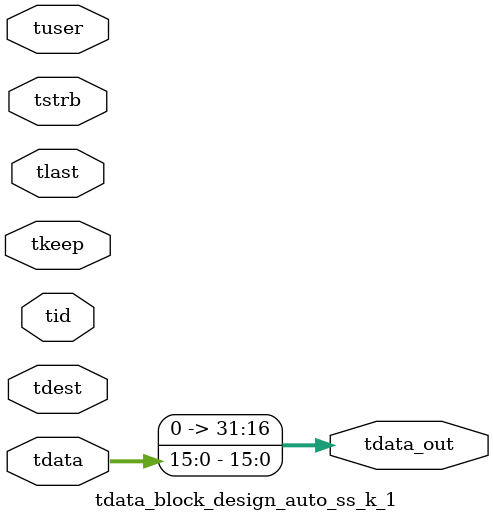
<source format=v>


`timescale 1ps/1ps

module tdata_block_design_auto_ss_k_1 #
(
parameter C_S_AXIS_TDATA_WIDTH = 32,
parameter C_S_AXIS_TUSER_WIDTH = 0,
parameter C_S_AXIS_TID_WIDTH   = 0,
parameter C_S_AXIS_TDEST_WIDTH = 0,
parameter C_M_AXIS_TDATA_WIDTH = 32
)
(
input  [(C_S_AXIS_TDATA_WIDTH == 0 ? 1 : C_S_AXIS_TDATA_WIDTH)-1:0     ] tdata,
input  [(C_S_AXIS_TUSER_WIDTH == 0 ? 1 : C_S_AXIS_TUSER_WIDTH)-1:0     ] tuser,
input  [(C_S_AXIS_TID_WIDTH   == 0 ? 1 : C_S_AXIS_TID_WIDTH)-1:0       ] tid,
input  [(C_S_AXIS_TDEST_WIDTH == 0 ? 1 : C_S_AXIS_TDEST_WIDTH)-1:0     ] tdest,
input  [(C_S_AXIS_TDATA_WIDTH/8)-1:0 ] tkeep,
input  [(C_S_AXIS_TDATA_WIDTH/8)-1:0 ] tstrb,
input                                                                    tlast,
output [C_M_AXIS_TDATA_WIDTH-1:0] tdata_out
);

assign tdata_out = {tdata[15:0]};

endmodule


</source>
